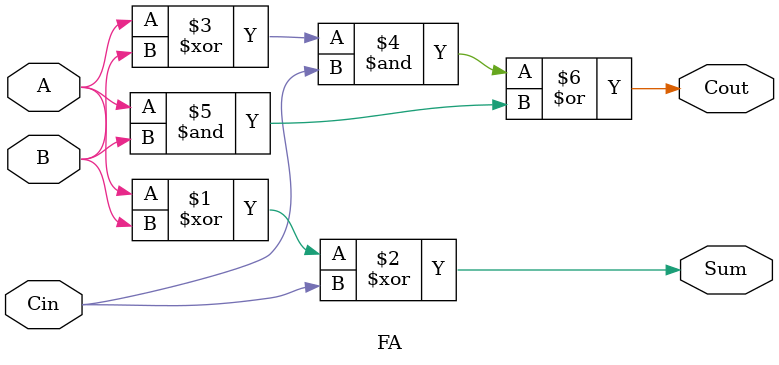
<source format=v>
module RCA (A, B, Cin, Sum);

parameter N = 8;	// NOTE: this N is twice the above N

input [N-1:0] A, B;
input Cin;
//output Cout;
output [N-1:0] Sum;

wire [N:0] C;

assign C[0] = Cin;

genvar g1;
generate
	for(g1=0;g1<N;g1=g1+1) begin: Full_Adder
		FA F0 (A[g1], B[g1], C[g1], Sum[g1], C[g1+1]);
	end
endgenerate

//assign Cout = C[N];

endmodule


// Full_Adder

module FA(A, B, Cin, Sum, Cout);
input A, B, Cin;
output Sum, Cout;

assign Sum = A ^ B ^ Cin;
assign Cout = ((A ^ B) & Cin) | (A & B);

endmodule

</source>
